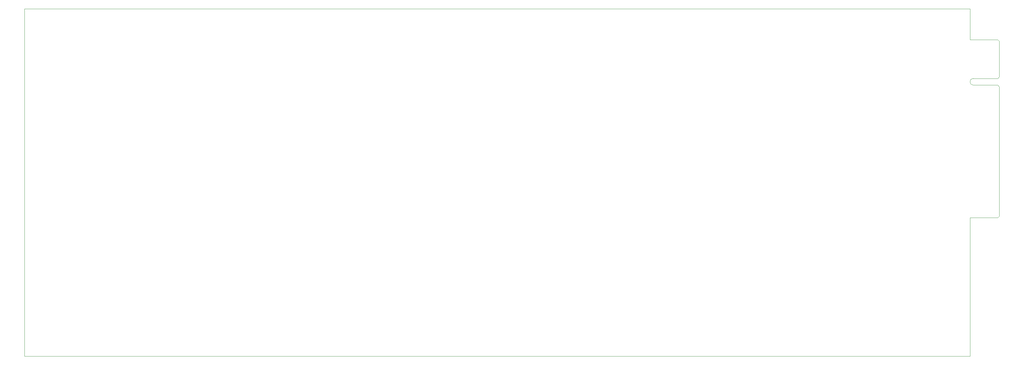
<source format=gbr>
G04 #@! TF.GenerationSoftware,KiCad,Pcbnew,(5.1.5)-3*
G04 #@! TF.CreationDate,2020-02-21T09:48:35-05:00*
G04 #@! TF.ProjectId,input_board,696e7075-745f-4626-9f61-72642e6b6963,rev?*
G04 #@! TF.SameCoordinates,Original*
G04 #@! TF.FileFunction,Profile,NP*
%FSLAX46Y46*%
G04 Gerber Fmt 4.6, Leading zero omitted, Abs format (unit mm)*
G04 Created by KiCad (PCBNEW (5.1.5)-3) date 2020-02-21 09:48:35*
%MOMM*%
%LPD*%
G04 APERTURE LIST*
%ADD10C,0.050000*%
%ADD11C,0.100000*%
G04 APERTURE END LIST*
D10*
X296500000Y-110500000D02*
X296550000Y-110150000D01*
X296500000Y-58500000D02*
X296550000Y-58850000D01*
X296500000Y-58500000D02*
X296500000Y-50000000D01*
X296500000Y-50000000D02*
X25000000Y-50000000D01*
X296500000Y-150000000D02*
X296500000Y-110500000D01*
X296500000Y-150000000D02*
X25000000Y-150000000D01*
X25000000Y-50000000D02*
X25000000Y-150000000D01*
D11*
X297500000Y-70050000D02*
G75*
G03X297500000Y-71950000I0J-950000D01*
G01*
X304450000Y-110150000D02*
X304950000Y-109650000D01*
X304450000Y-71950000D02*
X304950000Y-72450000D01*
X304450000Y-70050000D02*
X304950000Y-69550000D01*
X304450000Y-58850000D02*
X304950000Y-59350000D01*
X304950000Y-72450000D02*
X304950000Y-109650000D01*
X296550000Y-110150000D02*
X304450000Y-110150000D01*
X304950000Y-59350000D02*
X304950000Y-69550000D01*
X296550000Y-58850000D02*
X304450000Y-58850000D01*
X297500000Y-71950000D02*
X304450000Y-71950000D01*
X297500000Y-70050000D02*
X304450000Y-70050000D01*
M02*

</source>
